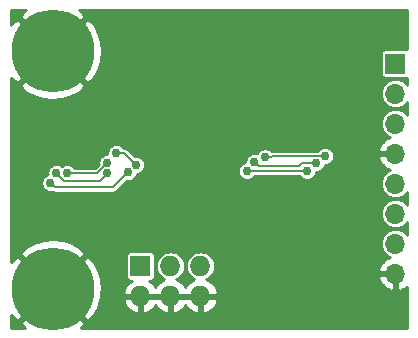
<source format=gbl>
G04 #@! TF.GenerationSoftware,KiCad,Pcbnew,(5.1.2)-1*
G04 #@! TF.CreationDate,2019-06-03T23:01:36-07:00*
G04 #@! TF.ProjectId,USB-PD-Breakout,5553422d-5044-42d4-9272-65616b6f7574,rev?*
G04 #@! TF.SameCoordinates,PX60e4b00PY60e4b00*
G04 #@! TF.FileFunction,Copper,L2,Bot*
G04 #@! TF.FilePolarity,Positive*
%FSLAX46Y46*%
G04 Gerber Fmt 4.6, Leading zero omitted, Abs format (unit mm)*
G04 Created by KiCad (PCBNEW (5.1.2)-1) date 2019-06-03 23:01:36*
%MOMM*%
%LPD*%
G04 APERTURE LIST*
%ADD10R,1.727200X1.727200*%
%ADD11O,1.727200X1.727200*%
%ADD12C,7.000000*%
%ADD13C,0.600000*%
%ADD14O,1.700000X1.700000*%
%ADD15R,1.700000X1.700000*%
%ADD16C,0.762000*%
%ADD17C,0.254000*%
%ADD18C,0.127000*%
G04 APERTURE END LIST*
D10*
X11430000Y5795000D03*
D11*
X11430000Y3255000D03*
X13970000Y5795000D03*
X13970000Y3255000D03*
X16510000Y5795000D03*
X16510000Y3255000D03*
D12*
X4000000Y3890000D03*
D13*
X6625000Y3890000D03*
X5856155Y2033845D03*
X4000000Y1265000D03*
X2143845Y2033845D03*
X1375000Y3890000D03*
X2143845Y5746155D03*
X4000000Y6515000D03*
X5856155Y5746155D03*
D12*
X4000000Y24000000D03*
D13*
X6625000Y24000000D03*
X5856155Y22143845D03*
X4000000Y21375000D03*
X2143845Y22143845D03*
X1375000Y24000000D03*
X2143845Y25856155D03*
X4000000Y26625000D03*
X5856155Y25856155D03*
D14*
X33020000Y5160000D03*
X33020000Y7700000D03*
X33020000Y10240000D03*
X33020000Y12780000D03*
X33020000Y15320000D03*
X33020000Y17860000D03*
X33020000Y20400000D03*
D15*
X33020000Y22940000D03*
D16*
X10922000Y21543000D03*
X10922000Y22432000D03*
X11811000Y22432000D03*
X11811000Y21543000D03*
X12700000Y21543000D03*
X12700000Y22432000D03*
X9779000Y17987000D03*
X9779000Y18749000D03*
X9017000Y18749000D03*
X9017000Y17987000D03*
X8509000Y17479000D03*
X5207000Y17479000D03*
X5207000Y16717000D03*
X5207000Y10367000D03*
X5207000Y11129000D03*
X9398000Y10240000D03*
X10160000Y10240000D03*
X10160000Y11002000D03*
X9398000Y11002000D03*
X8636000Y11002000D03*
X26670000Y1524000D03*
X25273000Y6985000D03*
X25273000Y9525000D03*
X20320000Y12446000D03*
X18669000Y8255000D03*
X25908000Y19431000D03*
X21336000Y17907000D03*
X20447000Y13843000D03*
X25527000Y13843000D03*
X21082000Y14605000D03*
X26289000Y14478000D03*
X21971000Y14986000D03*
X27051000Y15113000D03*
X3810000Y12827000D03*
X10414000Y13716000D03*
X11049000Y14351000D03*
X9398000Y15367000D03*
X8634413Y14554825D03*
X5207000Y13669000D03*
X8636005Y13665815D03*
X4318000Y13669000D03*
D17*
X10922000Y22432000D02*
X10922000Y21670000D01*
X10922000Y21670000D02*
X10795000Y21543000D01*
X11811000Y21543000D02*
X11811000Y22432000D01*
X12700000Y22432000D02*
X12700000Y21543000D01*
X9017000Y18749000D02*
X9779000Y18749000D01*
X8509000Y17479000D02*
X9017000Y17987000D01*
X5207000Y16717000D02*
X5207000Y17479000D01*
X5207000Y11129000D02*
X5207000Y10367000D01*
X10160000Y11002000D02*
X10160000Y10240000D01*
X8636000Y11002000D02*
X9398000Y11002000D01*
D18*
X20447000Y13843000D02*
X21463000Y13843000D01*
X21463000Y13843000D02*
X25527000Y13843000D01*
X21082000Y14605000D02*
X21463000Y14224000D01*
X21463000Y14224000D02*
X24892000Y14224000D01*
X24892000Y14224000D02*
X25146000Y14478000D01*
X25146000Y14478000D02*
X26289000Y14478000D01*
X22509815Y14986000D02*
X22636815Y15113000D01*
X21971000Y14986000D02*
X22509815Y14986000D01*
X22636815Y15113000D02*
X27051000Y15113000D01*
X3810000Y12827000D02*
X4190999Y12446001D01*
X9397999Y12699999D02*
X10414000Y13716000D01*
X9144001Y12446001D02*
X8889999Y12446001D01*
X10414000Y13716000D02*
X9144001Y12446001D01*
X4190999Y12446001D02*
X8889999Y12446001D01*
X10033000Y15367000D02*
X11049000Y14351000D01*
X9398000Y15367000D02*
X10033000Y15367000D01*
X8253414Y14173826D02*
X8634413Y14554825D01*
X7748588Y13669000D02*
X8253414Y14173826D01*
X5207000Y13669000D02*
X7748588Y13669000D01*
X4318000Y13669000D02*
X4953000Y13034000D01*
X8004190Y13034000D02*
X8255006Y13284816D01*
X8255006Y13284816D02*
X8636005Y13665815D01*
X4953000Y13034000D02*
X8004190Y13034000D01*
D17*
G36*
X1721744Y27474715D02*
G01*
X1661634Y27434550D01*
X1265450Y26914155D01*
X4000000Y24179605D01*
X6734550Y26914155D01*
X6338366Y27434550D01*
X6233098Y27492000D01*
X33992000Y27492000D01*
X33992000Y24151135D01*
X33944689Y24165487D01*
X33870000Y24172843D01*
X32170000Y24172843D01*
X32095311Y24165487D01*
X32023492Y24143701D01*
X31957304Y24108322D01*
X31899289Y24060711D01*
X31851678Y24002696D01*
X31816299Y23936508D01*
X31794513Y23864689D01*
X31787157Y23790000D01*
X31787157Y22090000D01*
X31794513Y22015311D01*
X31816299Y21943492D01*
X31851678Y21877304D01*
X31899289Y21819289D01*
X31957304Y21771678D01*
X32023492Y21736299D01*
X32095311Y21714513D01*
X32170000Y21707157D01*
X33870000Y21707157D01*
X33944689Y21714513D01*
X33992000Y21728865D01*
X33992000Y21156050D01*
X33894660Y21274660D01*
X33707216Y21428491D01*
X33493363Y21542798D01*
X33261318Y21613188D01*
X33080472Y21631000D01*
X32959528Y21631000D01*
X32778682Y21613188D01*
X32546637Y21542798D01*
X32332784Y21428491D01*
X32145340Y21274660D01*
X31991509Y21087216D01*
X31877202Y20873363D01*
X31806812Y20641318D01*
X31783044Y20400000D01*
X31806812Y20158682D01*
X31877202Y19926637D01*
X31991509Y19712784D01*
X32145340Y19525340D01*
X32332784Y19371509D01*
X32546637Y19257202D01*
X32778682Y19186812D01*
X32959528Y19169000D01*
X33080472Y19169000D01*
X33261318Y19186812D01*
X33493363Y19257202D01*
X33707216Y19371509D01*
X33894660Y19525340D01*
X33992000Y19643950D01*
X33992000Y18616050D01*
X33894660Y18734660D01*
X33707216Y18888491D01*
X33493363Y19002798D01*
X33261318Y19073188D01*
X33080472Y19091000D01*
X32959528Y19091000D01*
X32778682Y19073188D01*
X32546637Y19002798D01*
X32332784Y18888491D01*
X32145340Y18734660D01*
X31991509Y18547216D01*
X31877202Y18333363D01*
X31806812Y18101318D01*
X31783044Y17860000D01*
X31806812Y17618682D01*
X31877202Y17386637D01*
X31991509Y17172784D01*
X32145340Y16985340D01*
X32332784Y16831509D01*
X32543305Y16718983D01*
X32388748Y16664157D01*
X32138645Y16515178D01*
X31922412Y16320269D01*
X31748359Y16086920D01*
X31623175Y15824099D01*
X31578524Y15676890D01*
X31699845Y15447000D01*
X32893000Y15447000D01*
X32893000Y15467000D01*
X33147000Y15467000D01*
X33147000Y15447000D01*
X33167000Y15447000D01*
X33167000Y15193000D01*
X33147000Y15193000D01*
X33147000Y15173000D01*
X32893000Y15173000D01*
X32893000Y15193000D01*
X31699845Y15193000D01*
X31578524Y14963110D01*
X31623175Y14815901D01*
X31748359Y14553080D01*
X31922412Y14319731D01*
X32138645Y14124822D01*
X32388748Y13975843D01*
X32543305Y13921017D01*
X32332784Y13808491D01*
X32145340Y13654660D01*
X31991509Y13467216D01*
X31877202Y13253363D01*
X31806812Y13021318D01*
X31783044Y12780000D01*
X31806812Y12538682D01*
X31877202Y12306637D01*
X31991509Y12092784D01*
X32145340Y11905340D01*
X32332784Y11751509D01*
X32546637Y11637202D01*
X32778682Y11566812D01*
X32959528Y11549000D01*
X33080472Y11549000D01*
X33261318Y11566812D01*
X33493363Y11637202D01*
X33707216Y11751509D01*
X33894660Y11905340D01*
X33992001Y12023950D01*
X33992001Y10996050D01*
X33894660Y11114660D01*
X33707216Y11268491D01*
X33493363Y11382798D01*
X33261318Y11453188D01*
X33080472Y11471000D01*
X32959528Y11471000D01*
X32778682Y11453188D01*
X32546637Y11382798D01*
X32332784Y11268491D01*
X32145340Y11114660D01*
X31991509Y10927216D01*
X31877202Y10713363D01*
X31806812Y10481318D01*
X31783044Y10240000D01*
X31806812Y9998682D01*
X31877202Y9766637D01*
X31991509Y9552784D01*
X32145340Y9365340D01*
X32332784Y9211509D01*
X32546637Y9097202D01*
X32778682Y9026812D01*
X32959528Y9009000D01*
X33080472Y9009000D01*
X33261318Y9026812D01*
X33493363Y9097202D01*
X33707216Y9211509D01*
X33894660Y9365340D01*
X33992001Y9483950D01*
X33992001Y8456050D01*
X33894660Y8574660D01*
X33707216Y8728491D01*
X33493363Y8842798D01*
X33261318Y8913188D01*
X33080472Y8931000D01*
X32959528Y8931000D01*
X32778682Y8913188D01*
X32546637Y8842798D01*
X32332784Y8728491D01*
X32145340Y8574660D01*
X31991509Y8387216D01*
X31877202Y8173363D01*
X31806812Y7941318D01*
X31783044Y7700000D01*
X31806812Y7458682D01*
X31877202Y7226637D01*
X31991509Y7012784D01*
X32145340Y6825340D01*
X32332784Y6671509D01*
X32543305Y6558983D01*
X32388748Y6504157D01*
X32138645Y6355178D01*
X31922412Y6160269D01*
X31748359Y5926920D01*
X31623175Y5664099D01*
X31578524Y5516890D01*
X31699845Y5287000D01*
X32893000Y5287000D01*
X32893000Y5307000D01*
X33147000Y5307000D01*
X33147000Y5287000D01*
X33167000Y5287000D01*
X33167000Y5033000D01*
X33147000Y5033000D01*
X33147000Y3839186D01*
X33376891Y3718519D01*
X33651252Y3815843D01*
X33901355Y3964822D01*
X33992001Y4046529D01*
X33992001Y508000D01*
X6378373Y508000D01*
X6734550Y975845D01*
X4000000Y3710395D01*
X1265450Y975845D01*
X1621627Y508000D01*
X508000Y508000D01*
X508000Y1644770D01*
X525285Y1611744D01*
X565450Y1551634D01*
X1085845Y1155450D01*
X3820395Y3890000D01*
X4179605Y3890000D01*
X6914155Y1155450D01*
X7434550Y1551634D01*
X7824748Y2266612D01*
X8021658Y2895974D01*
X9975042Y2895974D01*
X10020778Y2745186D01*
X10147316Y2480056D01*
X10323146Y2244707D01*
X10541512Y2048183D01*
X10794022Y1898036D01*
X11070973Y1800037D01*
X11303000Y1920536D01*
X11303000Y3128000D01*
X11557000Y3128000D01*
X11557000Y1920536D01*
X11789027Y1800037D01*
X12065978Y1898036D01*
X12318488Y2048183D01*
X12536854Y2244707D01*
X12700000Y2463078D01*
X12863146Y2244707D01*
X13081512Y2048183D01*
X13334022Y1898036D01*
X13610973Y1800037D01*
X13843000Y1920536D01*
X13843000Y3128000D01*
X14097000Y3128000D01*
X14097000Y1920536D01*
X14329027Y1800037D01*
X14605978Y1898036D01*
X14858488Y2048183D01*
X15076854Y2244707D01*
X15240000Y2463078D01*
X15403146Y2244707D01*
X15621512Y2048183D01*
X15874022Y1898036D01*
X16150973Y1800037D01*
X16383000Y1920536D01*
X16383000Y3128000D01*
X16637000Y3128000D01*
X16637000Y1920536D01*
X16869027Y1800037D01*
X17145978Y1898036D01*
X17398488Y2048183D01*
X17616854Y2244707D01*
X17792684Y2480056D01*
X17919222Y2745186D01*
X17964958Y2895974D01*
X17843817Y3128000D01*
X16637000Y3128000D01*
X16383000Y3128000D01*
X14097000Y3128000D01*
X13843000Y3128000D01*
X11557000Y3128000D01*
X11303000Y3128000D01*
X10096183Y3128000D01*
X9975042Y2895974D01*
X8021658Y2895974D01*
X8067964Y3043976D01*
X8129121Y3614026D01*
X9975042Y3614026D01*
X10096183Y3382000D01*
X11303000Y3382000D01*
X11303000Y3402000D01*
X11557000Y3402000D01*
X11557000Y3382000D01*
X13843000Y3382000D01*
X13843000Y3402000D01*
X14097000Y3402000D01*
X14097000Y3382000D01*
X16383000Y3382000D01*
X16383000Y3402000D01*
X16637000Y3402000D01*
X16637000Y3382000D01*
X17843817Y3382000D01*
X17964958Y3614026D01*
X17919222Y3764814D01*
X17792684Y4029944D01*
X17616854Y4265293D01*
X17398488Y4461817D01*
X17145978Y4611964D01*
X17020200Y4656471D01*
X17204808Y4755146D01*
X17263252Y4803110D01*
X31578524Y4803110D01*
X31623175Y4655901D01*
X31748359Y4393080D01*
X31922412Y4159731D01*
X32138645Y3964822D01*
X32388748Y3815843D01*
X32663109Y3718519D01*
X32893000Y3839186D01*
X32893000Y5033000D01*
X31699845Y5033000D01*
X31578524Y4803110D01*
X17263252Y4803110D01*
X17394323Y4910677D01*
X17549854Y5100192D01*
X17665424Y5316408D01*
X17736592Y5551016D01*
X17760622Y5795000D01*
X17736592Y6038984D01*
X17665424Y6273592D01*
X17549854Y6489808D01*
X17394323Y6679323D01*
X17204808Y6834854D01*
X16988592Y6950424D01*
X16753984Y7021592D01*
X16571143Y7039600D01*
X16448857Y7039600D01*
X16266016Y7021592D01*
X16031408Y6950424D01*
X15815192Y6834854D01*
X15625677Y6679323D01*
X15470146Y6489808D01*
X15354576Y6273592D01*
X15283408Y6038984D01*
X15259378Y5795000D01*
X15283408Y5551016D01*
X15354576Y5316408D01*
X15470146Y5100192D01*
X15625677Y4910677D01*
X15815192Y4755146D01*
X15999800Y4656471D01*
X15874022Y4611964D01*
X15621512Y4461817D01*
X15403146Y4265293D01*
X15240000Y4046922D01*
X15076854Y4265293D01*
X14858488Y4461817D01*
X14605978Y4611964D01*
X14480200Y4656471D01*
X14664808Y4755146D01*
X14854323Y4910677D01*
X15009854Y5100192D01*
X15125424Y5316408D01*
X15196592Y5551016D01*
X15220622Y5795000D01*
X15196592Y6038984D01*
X15125424Y6273592D01*
X15009854Y6489808D01*
X14854323Y6679323D01*
X14664808Y6834854D01*
X14448592Y6950424D01*
X14213984Y7021592D01*
X14031143Y7039600D01*
X13908857Y7039600D01*
X13726016Y7021592D01*
X13491408Y6950424D01*
X13275192Y6834854D01*
X13085677Y6679323D01*
X12930146Y6489808D01*
X12814576Y6273592D01*
X12743408Y6038984D01*
X12719378Y5795000D01*
X12743408Y5551016D01*
X12814576Y5316408D01*
X12930146Y5100192D01*
X13085677Y4910677D01*
X13275192Y4755146D01*
X13459800Y4656471D01*
X13334022Y4611964D01*
X13081512Y4461817D01*
X12863146Y4265293D01*
X12700000Y4046922D01*
X12536854Y4265293D01*
X12318488Y4461817D01*
X12172613Y4548557D01*
X12293600Y4548557D01*
X12368289Y4555913D01*
X12440108Y4577699D01*
X12506296Y4613078D01*
X12564311Y4660689D01*
X12611922Y4718704D01*
X12647301Y4784892D01*
X12669087Y4856711D01*
X12676443Y4931400D01*
X12676443Y6658600D01*
X12669087Y6733289D01*
X12647301Y6805108D01*
X12611922Y6871296D01*
X12564311Y6929311D01*
X12506296Y6976922D01*
X12440108Y7012301D01*
X12368289Y7034087D01*
X12293600Y7041443D01*
X10566400Y7041443D01*
X10491711Y7034087D01*
X10419892Y7012301D01*
X10353704Y6976922D01*
X10295689Y6929311D01*
X10248078Y6871296D01*
X10212699Y6805108D01*
X10190913Y6733289D01*
X10183557Y6658600D01*
X10183557Y4931400D01*
X10190913Y4856711D01*
X10212699Y4784892D01*
X10248078Y4718704D01*
X10295689Y4660689D01*
X10353704Y4613078D01*
X10419892Y4577699D01*
X10491711Y4555913D01*
X10566400Y4548557D01*
X10687387Y4548557D01*
X10541512Y4461817D01*
X10323146Y4265293D01*
X10147316Y4029944D01*
X10020778Y3764814D01*
X9975042Y3614026D01*
X8129121Y3614026D01*
X8154851Y3853853D01*
X8082069Y4665118D01*
X7852415Y5446597D01*
X7474715Y6168256D01*
X7434550Y6228366D01*
X6914155Y6624550D01*
X4179605Y3890000D01*
X3820395Y3890000D01*
X1085845Y6624550D01*
X565450Y6228366D01*
X508000Y6123098D01*
X508000Y6804155D01*
X1265450Y6804155D01*
X4000000Y4069605D01*
X6734550Y6804155D01*
X6338366Y7324550D01*
X5623388Y7714748D01*
X4846024Y7957964D01*
X4036147Y8044851D01*
X3224882Y7972069D01*
X2443403Y7742415D01*
X1721744Y7364715D01*
X1661634Y7324550D01*
X1265450Y6804155D01*
X508000Y6804155D01*
X508000Y12902050D01*
X3048000Y12902050D01*
X3048000Y12751950D01*
X3077283Y12604733D01*
X3134724Y12466058D01*
X3218116Y12341253D01*
X3324253Y12235116D01*
X3449058Y12151724D01*
X3587733Y12094283D01*
X3734950Y12065000D01*
X3885050Y12065000D01*
X3941016Y12076132D01*
X3942853Y12074625D01*
X4020073Y12033350D01*
X4103862Y12007933D01*
X4169169Y12001501D01*
X4169179Y12001501D01*
X4190999Y11999352D01*
X4212819Y12001501D01*
X9122181Y12001501D01*
X9144001Y11999352D01*
X9165821Y12001501D01*
X9165831Y12001501D01*
X9231138Y12007933D01*
X9314927Y12033350D01*
X9392146Y12074625D01*
X9459830Y12130172D01*
X9473748Y12147131D01*
X10290296Y12963678D01*
X10338950Y12954000D01*
X10489050Y12954000D01*
X10636267Y12983283D01*
X10774942Y13040724D01*
X10899747Y13124116D01*
X11005884Y13230253D01*
X11089276Y13355058D01*
X11146717Y13493733D01*
X11167381Y13597619D01*
X11271267Y13618283D01*
X11409942Y13675724D01*
X11534747Y13759116D01*
X11640884Y13865253D01*
X11676161Y13918050D01*
X19685000Y13918050D01*
X19685000Y13767950D01*
X19714283Y13620733D01*
X19771724Y13482058D01*
X19855116Y13357253D01*
X19961253Y13251116D01*
X20086058Y13167724D01*
X20224733Y13110283D01*
X20371950Y13081000D01*
X20522050Y13081000D01*
X20669267Y13110283D01*
X20807942Y13167724D01*
X20932747Y13251116D01*
X21038884Y13357253D01*
X21066444Y13398500D01*
X24907556Y13398500D01*
X24935116Y13357253D01*
X25041253Y13251116D01*
X25166058Y13167724D01*
X25304733Y13110283D01*
X25451950Y13081000D01*
X25602050Y13081000D01*
X25749267Y13110283D01*
X25887942Y13167724D01*
X26012747Y13251116D01*
X26118884Y13357253D01*
X26202276Y13482058D01*
X26259717Y13620733D01*
X26278667Y13716000D01*
X26364050Y13716000D01*
X26511267Y13745283D01*
X26649942Y13802724D01*
X26774747Y13886116D01*
X26880884Y13992253D01*
X26964276Y14117058D01*
X27021717Y14255733D01*
X27040667Y14351000D01*
X27126050Y14351000D01*
X27273267Y14380283D01*
X27411942Y14437724D01*
X27536747Y14521116D01*
X27642884Y14627253D01*
X27726276Y14752058D01*
X27783717Y14890733D01*
X27813000Y15037950D01*
X27813000Y15188050D01*
X27783717Y15335267D01*
X27726276Y15473942D01*
X27642884Y15598747D01*
X27536747Y15704884D01*
X27411942Y15788276D01*
X27273267Y15845717D01*
X27126050Y15875000D01*
X26975950Y15875000D01*
X26828733Y15845717D01*
X26690058Y15788276D01*
X26565253Y15704884D01*
X26459116Y15598747D01*
X26431556Y15557500D01*
X22658634Y15557500D01*
X22636814Y15559649D01*
X22614994Y15557500D01*
X22614985Y15557500D01*
X22549678Y15551068D01*
X22498951Y15535680D01*
X22456747Y15577884D01*
X22331942Y15661276D01*
X22193267Y15718717D01*
X22046050Y15748000D01*
X21895950Y15748000D01*
X21748733Y15718717D01*
X21610058Y15661276D01*
X21485253Y15577884D01*
X21379116Y15471747D01*
X21295724Y15346942D01*
X21292844Y15339989D01*
X21157050Y15367000D01*
X21006950Y15367000D01*
X20859733Y15337717D01*
X20721058Y15280276D01*
X20596253Y15196884D01*
X20490116Y15090747D01*
X20406724Y14965942D01*
X20349283Y14827267D01*
X20320000Y14680050D01*
X20320000Y14594667D01*
X20224733Y14575717D01*
X20086058Y14518276D01*
X19961253Y14434884D01*
X19855116Y14328747D01*
X19771724Y14203942D01*
X19714283Y14065267D01*
X19685000Y13918050D01*
X11676161Y13918050D01*
X11724276Y13990058D01*
X11781717Y14128733D01*
X11811000Y14275950D01*
X11811000Y14426050D01*
X11781717Y14573267D01*
X11724276Y14711942D01*
X11640884Y14836747D01*
X11534747Y14942884D01*
X11409942Y15026276D01*
X11271267Y15083717D01*
X11124050Y15113000D01*
X10973950Y15113000D01*
X10925295Y15103322D01*
X10362747Y15665871D01*
X10348829Y15682829D01*
X10281145Y15738376D01*
X10203926Y15779651D01*
X10120137Y15805068D01*
X10054830Y15811500D01*
X10054820Y15811500D01*
X10033000Y15813649D01*
X10017058Y15812079D01*
X9989884Y15852747D01*
X9883747Y15958884D01*
X9758942Y16042276D01*
X9620267Y16099717D01*
X9473050Y16129000D01*
X9322950Y16129000D01*
X9175733Y16099717D01*
X9037058Y16042276D01*
X8912253Y15958884D01*
X8806116Y15852747D01*
X8722724Y15727942D01*
X8665283Y15589267D01*
X8636000Y15442050D01*
X8636000Y15316825D01*
X8559363Y15316825D01*
X8412146Y15287542D01*
X8273471Y15230101D01*
X8148666Y15146709D01*
X8042529Y15040572D01*
X7959137Y14915767D01*
X7901696Y14777092D01*
X7872413Y14629875D01*
X7872413Y14479775D01*
X7882091Y14431121D01*
X7564471Y14113500D01*
X5826444Y14113500D01*
X5798884Y14154747D01*
X5692747Y14260884D01*
X5567942Y14344276D01*
X5429267Y14401717D01*
X5282050Y14431000D01*
X5131950Y14431000D01*
X4984733Y14401717D01*
X4846058Y14344276D01*
X4762500Y14288444D01*
X4678942Y14344276D01*
X4540267Y14401717D01*
X4393050Y14431000D01*
X4242950Y14431000D01*
X4095733Y14401717D01*
X3957058Y14344276D01*
X3832253Y14260884D01*
X3726116Y14154747D01*
X3642724Y14029942D01*
X3585283Y13891267D01*
X3556000Y13744050D01*
X3556000Y13593950D01*
X3564706Y13550179D01*
X3449058Y13502276D01*
X3324253Y13418884D01*
X3218116Y13312747D01*
X3134724Y13187942D01*
X3077283Y13049267D01*
X3048000Y12902050D01*
X508000Y12902050D01*
X508000Y21085845D01*
X1265450Y21085845D01*
X1661634Y20565450D01*
X2376612Y20175252D01*
X3153976Y19932036D01*
X3963853Y19845149D01*
X4775118Y19917931D01*
X5556597Y20147585D01*
X6278256Y20525285D01*
X6338366Y20565450D01*
X6734550Y21085845D01*
X4000000Y23820395D01*
X1265450Y21085845D01*
X508000Y21085845D01*
X508000Y21754770D01*
X525285Y21721744D01*
X565450Y21661634D01*
X1085845Y21265450D01*
X3820395Y24000000D01*
X4179605Y24000000D01*
X6914155Y21265450D01*
X7434550Y21661634D01*
X7824748Y22376612D01*
X8067964Y23153976D01*
X8154851Y23963853D01*
X8082069Y24775118D01*
X7852415Y25556597D01*
X7474715Y26278256D01*
X7434550Y26338366D01*
X6914155Y26734550D01*
X4179605Y24000000D01*
X3820395Y24000000D01*
X1085845Y26734550D01*
X565450Y26338366D01*
X508000Y26233098D01*
X508000Y27492000D01*
X1754770Y27492000D01*
X1721744Y27474715D01*
X1721744Y27474715D01*
G37*
X1721744Y27474715D02*
X1661634Y27434550D01*
X1265450Y26914155D01*
X4000000Y24179605D01*
X6734550Y26914155D01*
X6338366Y27434550D01*
X6233098Y27492000D01*
X33992000Y27492000D01*
X33992000Y24151135D01*
X33944689Y24165487D01*
X33870000Y24172843D01*
X32170000Y24172843D01*
X32095311Y24165487D01*
X32023492Y24143701D01*
X31957304Y24108322D01*
X31899289Y24060711D01*
X31851678Y24002696D01*
X31816299Y23936508D01*
X31794513Y23864689D01*
X31787157Y23790000D01*
X31787157Y22090000D01*
X31794513Y22015311D01*
X31816299Y21943492D01*
X31851678Y21877304D01*
X31899289Y21819289D01*
X31957304Y21771678D01*
X32023492Y21736299D01*
X32095311Y21714513D01*
X32170000Y21707157D01*
X33870000Y21707157D01*
X33944689Y21714513D01*
X33992000Y21728865D01*
X33992000Y21156050D01*
X33894660Y21274660D01*
X33707216Y21428491D01*
X33493363Y21542798D01*
X33261318Y21613188D01*
X33080472Y21631000D01*
X32959528Y21631000D01*
X32778682Y21613188D01*
X32546637Y21542798D01*
X32332784Y21428491D01*
X32145340Y21274660D01*
X31991509Y21087216D01*
X31877202Y20873363D01*
X31806812Y20641318D01*
X31783044Y20400000D01*
X31806812Y20158682D01*
X31877202Y19926637D01*
X31991509Y19712784D01*
X32145340Y19525340D01*
X32332784Y19371509D01*
X32546637Y19257202D01*
X32778682Y19186812D01*
X32959528Y19169000D01*
X33080472Y19169000D01*
X33261318Y19186812D01*
X33493363Y19257202D01*
X33707216Y19371509D01*
X33894660Y19525340D01*
X33992000Y19643950D01*
X33992000Y18616050D01*
X33894660Y18734660D01*
X33707216Y18888491D01*
X33493363Y19002798D01*
X33261318Y19073188D01*
X33080472Y19091000D01*
X32959528Y19091000D01*
X32778682Y19073188D01*
X32546637Y19002798D01*
X32332784Y18888491D01*
X32145340Y18734660D01*
X31991509Y18547216D01*
X31877202Y18333363D01*
X31806812Y18101318D01*
X31783044Y17860000D01*
X31806812Y17618682D01*
X31877202Y17386637D01*
X31991509Y17172784D01*
X32145340Y16985340D01*
X32332784Y16831509D01*
X32543305Y16718983D01*
X32388748Y16664157D01*
X32138645Y16515178D01*
X31922412Y16320269D01*
X31748359Y16086920D01*
X31623175Y15824099D01*
X31578524Y15676890D01*
X31699845Y15447000D01*
X32893000Y15447000D01*
X32893000Y15467000D01*
X33147000Y15467000D01*
X33147000Y15447000D01*
X33167000Y15447000D01*
X33167000Y15193000D01*
X33147000Y15193000D01*
X33147000Y15173000D01*
X32893000Y15173000D01*
X32893000Y15193000D01*
X31699845Y15193000D01*
X31578524Y14963110D01*
X31623175Y14815901D01*
X31748359Y14553080D01*
X31922412Y14319731D01*
X32138645Y14124822D01*
X32388748Y13975843D01*
X32543305Y13921017D01*
X32332784Y13808491D01*
X32145340Y13654660D01*
X31991509Y13467216D01*
X31877202Y13253363D01*
X31806812Y13021318D01*
X31783044Y12780000D01*
X31806812Y12538682D01*
X31877202Y12306637D01*
X31991509Y12092784D01*
X32145340Y11905340D01*
X32332784Y11751509D01*
X32546637Y11637202D01*
X32778682Y11566812D01*
X32959528Y11549000D01*
X33080472Y11549000D01*
X33261318Y11566812D01*
X33493363Y11637202D01*
X33707216Y11751509D01*
X33894660Y11905340D01*
X33992001Y12023950D01*
X33992001Y10996050D01*
X33894660Y11114660D01*
X33707216Y11268491D01*
X33493363Y11382798D01*
X33261318Y11453188D01*
X33080472Y11471000D01*
X32959528Y11471000D01*
X32778682Y11453188D01*
X32546637Y11382798D01*
X32332784Y11268491D01*
X32145340Y11114660D01*
X31991509Y10927216D01*
X31877202Y10713363D01*
X31806812Y10481318D01*
X31783044Y10240000D01*
X31806812Y9998682D01*
X31877202Y9766637D01*
X31991509Y9552784D01*
X32145340Y9365340D01*
X32332784Y9211509D01*
X32546637Y9097202D01*
X32778682Y9026812D01*
X32959528Y9009000D01*
X33080472Y9009000D01*
X33261318Y9026812D01*
X33493363Y9097202D01*
X33707216Y9211509D01*
X33894660Y9365340D01*
X33992001Y9483950D01*
X33992001Y8456050D01*
X33894660Y8574660D01*
X33707216Y8728491D01*
X33493363Y8842798D01*
X33261318Y8913188D01*
X33080472Y8931000D01*
X32959528Y8931000D01*
X32778682Y8913188D01*
X32546637Y8842798D01*
X32332784Y8728491D01*
X32145340Y8574660D01*
X31991509Y8387216D01*
X31877202Y8173363D01*
X31806812Y7941318D01*
X31783044Y7700000D01*
X31806812Y7458682D01*
X31877202Y7226637D01*
X31991509Y7012784D01*
X32145340Y6825340D01*
X32332784Y6671509D01*
X32543305Y6558983D01*
X32388748Y6504157D01*
X32138645Y6355178D01*
X31922412Y6160269D01*
X31748359Y5926920D01*
X31623175Y5664099D01*
X31578524Y5516890D01*
X31699845Y5287000D01*
X32893000Y5287000D01*
X32893000Y5307000D01*
X33147000Y5307000D01*
X33147000Y5287000D01*
X33167000Y5287000D01*
X33167000Y5033000D01*
X33147000Y5033000D01*
X33147000Y3839186D01*
X33376891Y3718519D01*
X33651252Y3815843D01*
X33901355Y3964822D01*
X33992001Y4046529D01*
X33992001Y508000D01*
X6378373Y508000D01*
X6734550Y975845D01*
X4000000Y3710395D01*
X1265450Y975845D01*
X1621627Y508000D01*
X508000Y508000D01*
X508000Y1644770D01*
X525285Y1611744D01*
X565450Y1551634D01*
X1085845Y1155450D01*
X3820395Y3890000D01*
X4179605Y3890000D01*
X6914155Y1155450D01*
X7434550Y1551634D01*
X7824748Y2266612D01*
X8021658Y2895974D01*
X9975042Y2895974D01*
X10020778Y2745186D01*
X10147316Y2480056D01*
X10323146Y2244707D01*
X10541512Y2048183D01*
X10794022Y1898036D01*
X11070973Y1800037D01*
X11303000Y1920536D01*
X11303000Y3128000D01*
X11557000Y3128000D01*
X11557000Y1920536D01*
X11789027Y1800037D01*
X12065978Y1898036D01*
X12318488Y2048183D01*
X12536854Y2244707D01*
X12700000Y2463078D01*
X12863146Y2244707D01*
X13081512Y2048183D01*
X13334022Y1898036D01*
X13610973Y1800037D01*
X13843000Y1920536D01*
X13843000Y3128000D01*
X14097000Y3128000D01*
X14097000Y1920536D01*
X14329027Y1800037D01*
X14605978Y1898036D01*
X14858488Y2048183D01*
X15076854Y2244707D01*
X15240000Y2463078D01*
X15403146Y2244707D01*
X15621512Y2048183D01*
X15874022Y1898036D01*
X16150973Y1800037D01*
X16383000Y1920536D01*
X16383000Y3128000D01*
X16637000Y3128000D01*
X16637000Y1920536D01*
X16869027Y1800037D01*
X17145978Y1898036D01*
X17398488Y2048183D01*
X17616854Y2244707D01*
X17792684Y2480056D01*
X17919222Y2745186D01*
X17964958Y2895974D01*
X17843817Y3128000D01*
X16637000Y3128000D01*
X16383000Y3128000D01*
X14097000Y3128000D01*
X13843000Y3128000D01*
X11557000Y3128000D01*
X11303000Y3128000D01*
X10096183Y3128000D01*
X9975042Y2895974D01*
X8021658Y2895974D01*
X8067964Y3043976D01*
X8129121Y3614026D01*
X9975042Y3614026D01*
X10096183Y3382000D01*
X11303000Y3382000D01*
X11303000Y3402000D01*
X11557000Y3402000D01*
X11557000Y3382000D01*
X13843000Y3382000D01*
X13843000Y3402000D01*
X14097000Y3402000D01*
X14097000Y3382000D01*
X16383000Y3382000D01*
X16383000Y3402000D01*
X16637000Y3402000D01*
X16637000Y3382000D01*
X17843817Y3382000D01*
X17964958Y3614026D01*
X17919222Y3764814D01*
X17792684Y4029944D01*
X17616854Y4265293D01*
X17398488Y4461817D01*
X17145978Y4611964D01*
X17020200Y4656471D01*
X17204808Y4755146D01*
X17263252Y4803110D01*
X31578524Y4803110D01*
X31623175Y4655901D01*
X31748359Y4393080D01*
X31922412Y4159731D01*
X32138645Y3964822D01*
X32388748Y3815843D01*
X32663109Y3718519D01*
X32893000Y3839186D01*
X32893000Y5033000D01*
X31699845Y5033000D01*
X31578524Y4803110D01*
X17263252Y4803110D01*
X17394323Y4910677D01*
X17549854Y5100192D01*
X17665424Y5316408D01*
X17736592Y5551016D01*
X17760622Y5795000D01*
X17736592Y6038984D01*
X17665424Y6273592D01*
X17549854Y6489808D01*
X17394323Y6679323D01*
X17204808Y6834854D01*
X16988592Y6950424D01*
X16753984Y7021592D01*
X16571143Y7039600D01*
X16448857Y7039600D01*
X16266016Y7021592D01*
X16031408Y6950424D01*
X15815192Y6834854D01*
X15625677Y6679323D01*
X15470146Y6489808D01*
X15354576Y6273592D01*
X15283408Y6038984D01*
X15259378Y5795000D01*
X15283408Y5551016D01*
X15354576Y5316408D01*
X15470146Y5100192D01*
X15625677Y4910677D01*
X15815192Y4755146D01*
X15999800Y4656471D01*
X15874022Y4611964D01*
X15621512Y4461817D01*
X15403146Y4265293D01*
X15240000Y4046922D01*
X15076854Y4265293D01*
X14858488Y4461817D01*
X14605978Y4611964D01*
X14480200Y4656471D01*
X14664808Y4755146D01*
X14854323Y4910677D01*
X15009854Y5100192D01*
X15125424Y5316408D01*
X15196592Y5551016D01*
X15220622Y5795000D01*
X15196592Y6038984D01*
X15125424Y6273592D01*
X15009854Y6489808D01*
X14854323Y6679323D01*
X14664808Y6834854D01*
X14448592Y6950424D01*
X14213984Y7021592D01*
X14031143Y7039600D01*
X13908857Y7039600D01*
X13726016Y7021592D01*
X13491408Y6950424D01*
X13275192Y6834854D01*
X13085677Y6679323D01*
X12930146Y6489808D01*
X12814576Y6273592D01*
X12743408Y6038984D01*
X12719378Y5795000D01*
X12743408Y5551016D01*
X12814576Y5316408D01*
X12930146Y5100192D01*
X13085677Y4910677D01*
X13275192Y4755146D01*
X13459800Y4656471D01*
X13334022Y4611964D01*
X13081512Y4461817D01*
X12863146Y4265293D01*
X12700000Y4046922D01*
X12536854Y4265293D01*
X12318488Y4461817D01*
X12172613Y4548557D01*
X12293600Y4548557D01*
X12368289Y4555913D01*
X12440108Y4577699D01*
X12506296Y4613078D01*
X12564311Y4660689D01*
X12611922Y4718704D01*
X12647301Y4784892D01*
X12669087Y4856711D01*
X12676443Y4931400D01*
X12676443Y6658600D01*
X12669087Y6733289D01*
X12647301Y6805108D01*
X12611922Y6871296D01*
X12564311Y6929311D01*
X12506296Y6976922D01*
X12440108Y7012301D01*
X12368289Y7034087D01*
X12293600Y7041443D01*
X10566400Y7041443D01*
X10491711Y7034087D01*
X10419892Y7012301D01*
X10353704Y6976922D01*
X10295689Y6929311D01*
X10248078Y6871296D01*
X10212699Y6805108D01*
X10190913Y6733289D01*
X10183557Y6658600D01*
X10183557Y4931400D01*
X10190913Y4856711D01*
X10212699Y4784892D01*
X10248078Y4718704D01*
X10295689Y4660689D01*
X10353704Y4613078D01*
X10419892Y4577699D01*
X10491711Y4555913D01*
X10566400Y4548557D01*
X10687387Y4548557D01*
X10541512Y4461817D01*
X10323146Y4265293D01*
X10147316Y4029944D01*
X10020778Y3764814D01*
X9975042Y3614026D01*
X8129121Y3614026D01*
X8154851Y3853853D01*
X8082069Y4665118D01*
X7852415Y5446597D01*
X7474715Y6168256D01*
X7434550Y6228366D01*
X6914155Y6624550D01*
X4179605Y3890000D01*
X3820395Y3890000D01*
X1085845Y6624550D01*
X565450Y6228366D01*
X508000Y6123098D01*
X508000Y6804155D01*
X1265450Y6804155D01*
X4000000Y4069605D01*
X6734550Y6804155D01*
X6338366Y7324550D01*
X5623388Y7714748D01*
X4846024Y7957964D01*
X4036147Y8044851D01*
X3224882Y7972069D01*
X2443403Y7742415D01*
X1721744Y7364715D01*
X1661634Y7324550D01*
X1265450Y6804155D01*
X508000Y6804155D01*
X508000Y12902050D01*
X3048000Y12902050D01*
X3048000Y12751950D01*
X3077283Y12604733D01*
X3134724Y12466058D01*
X3218116Y12341253D01*
X3324253Y12235116D01*
X3449058Y12151724D01*
X3587733Y12094283D01*
X3734950Y12065000D01*
X3885050Y12065000D01*
X3941016Y12076132D01*
X3942853Y12074625D01*
X4020073Y12033350D01*
X4103862Y12007933D01*
X4169169Y12001501D01*
X4169179Y12001501D01*
X4190999Y11999352D01*
X4212819Y12001501D01*
X9122181Y12001501D01*
X9144001Y11999352D01*
X9165821Y12001501D01*
X9165831Y12001501D01*
X9231138Y12007933D01*
X9314927Y12033350D01*
X9392146Y12074625D01*
X9459830Y12130172D01*
X9473748Y12147131D01*
X10290296Y12963678D01*
X10338950Y12954000D01*
X10489050Y12954000D01*
X10636267Y12983283D01*
X10774942Y13040724D01*
X10899747Y13124116D01*
X11005884Y13230253D01*
X11089276Y13355058D01*
X11146717Y13493733D01*
X11167381Y13597619D01*
X11271267Y13618283D01*
X11409942Y13675724D01*
X11534747Y13759116D01*
X11640884Y13865253D01*
X11676161Y13918050D01*
X19685000Y13918050D01*
X19685000Y13767950D01*
X19714283Y13620733D01*
X19771724Y13482058D01*
X19855116Y13357253D01*
X19961253Y13251116D01*
X20086058Y13167724D01*
X20224733Y13110283D01*
X20371950Y13081000D01*
X20522050Y13081000D01*
X20669267Y13110283D01*
X20807942Y13167724D01*
X20932747Y13251116D01*
X21038884Y13357253D01*
X21066444Y13398500D01*
X24907556Y13398500D01*
X24935116Y13357253D01*
X25041253Y13251116D01*
X25166058Y13167724D01*
X25304733Y13110283D01*
X25451950Y13081000D01*
X25602050Y13081000D01*
X25749267Y13110283D01*
X25887942Y13167724D01*
X26012747Y13251116D01*
X26118884Y13357253D01*
X26202276Y13482058D01*
X26259717Y13620733D01*
X26278667Y13716000D01*
X26364050Y13716000D01*
X26511267Y13745283D01*
X26649942Y13802724D01*
X26774747Y13886116D01*
X26880884Y13992253D01*
X26964276Y14117058D01*
X27021717Y14255733D01*
X27040667Y14351000D01*
X27126050Y14351000D01*
X27273267Y14380283D01*
X27411942Y14437724D01*
X27536747Y14521116D01*
X27642884Y14627253D01*
X27726276Y14752058D01*
X27783717Y14890733D01*
X27813000Y15037950D01*
X27813000Y15188050D01*
X27783717Y15335267D01*
X27726276Y15473942D01*
X27642884Y15598747D01*
X27536747Y15704884D01*
X27411942Y15788276D01*
X27273267Y15845717D01*
X27126050Y15875000D01*
X26975950Y15875000D01*
X26828733Y15845717D01*
X26690058Y15788276D01*
X26565253Y15704884D01*
X26459116Y15598747D01*
X26431556Y15557500D01*
X22658634Y15557500D01*
X22636814Y15559649D01*
X22614994Y15557500D01*
X22614985Y15557500D01*
X22549678Y15551068D01*
X22498951Y15535680D01*
X22456747Y15577884D01*
X22331942Y15661276D01*
X22193267Y15718717D01*
X22046050Y15748000D01*
X21895950Y15748000D01*
X21748733Y15718717D01*
X21610058Y15661276D01*
X21485253Y15577884D01*
X21379116Y15471747D01*
X21295724Y15346942D01*
X21292844Y15339989D01*
X21157050Y15367000D01*
X21006950Y15367000D01*
X20859733Y15337717D01*
X20721058Y15280276D01*
X20596253Y15196884D01*
X20490116Y15090747D01*
X20406724Y14965942D01*
X20349283Y14827267D01*
X20320000Y14680050D01*
X20320000Y14594667D01*
X20224733Y14575717D01*
X20086058Y14518276D01*
X19961253Y14434884D01*
X19855116Y14328747D01*
X19771724Y14203942D01*
X19714283Y14065267D01*
X19685000Y13918050D01*
X11676161Y13918050D01*
X11724276Y13990058D01*
X11781717Y14128733D01*
X11811000Y14275950D01*
X11811000Y14426050D01*
X11781717Y14573267D01*
X11724276Y14711942D01*
X11640884Y14836747D01*
X11534747Y14942884D01*
X11409942Y15026276D01*
X11271267Y15083717D01*
X11124050Y15113000D01*
X10973950Y15113000D01*
X10925295Y15103322D01*
X10362747Y15665871D01*
X10348829Y15682829D01*
X10281145Y15738376D01*
X10203926Y15779651D01*
X10120137Y15805068D01*
X10054830Y15811500D01*
X10054820Y15811500D01*
X10033000Y15813649D01*
X10017058Y15812079D01*
X9989884Y15852747D01*
X9883747Y15958884D01*
X9758942Y16042276D01*
X9620267Y16099717D01*
X9473050Y16129000D01*
X9322950Y16129000D01*
X9175733Y16099717D01*
X9037058Y16042276D01*
X8912253Y15958884D01*
X8806116Y15852747D01*
X8722724Y15727942D01*
X8665283Y15589267D01*
X8636000Y15442050D01*
X8636000Y15316825D01*
X8559363Y15316825D01*
X8412146Y15287542D01*
X8273471Y15230101D01*
X8148666Y15146709D01*
X8042529Y15040572D01*
X7959137Y14915767D01*
X7901696Y14777092D01*
X7872413Y14629875D01*
X7872413Y14479775D01*
X7882091Y14431121D01*
X7564471Y14113500D01*
X5826444Y14113500D01*
X5798884Y14154747D01*
X5692747Y14260884D01*
X5567942Y14344276D01*
X5429267Y14401717D01*
X5282050Y14431000D01*
X5131950Y14431000D01*
X4984733Y14401717D01*
X4846058Y14344276D01*
X4762500Y14288444D01*
X4678942Y14344276D01*
X4540267Y14401717D01*
X4393050Y14431000D01*
X4242950Y14431000D01*
X4095733Y14401717D01*
X3957058Y14344276D01*
X3832253Y14260884D01*
X3726116Y14154747D01*
X3642724Y14029942D01*
X3585283Y13891267D01*
X3556000Y13744050D01*
X3556000Y13593950D01*
X3564706Y13550179D01*
X3449058Y13502276D01*
X3324253Y13418884D01*
X3218116Y13312747D01*
X3134724Y13187942D01*
X3077283Y13049267D01*
X3048000Y12902050D01*
X508000Y12902050D01*
X508000Y21085845D01*
X1265450Y21085845D01*
X1661634Y20565450D01*
X2376612Y20175252D01*
X3153976Y19932036D01*
X3963853Y19845149D01*
X4775118Y19917931D01*
X5556597Y20147585D01*
X6278256Y20525285D01*
X6338366Y20565450D01*
X6734550Y21085845D01*
X4000000Y23820395D01*
X1265450Y21085845D01*
X508000Y21085845D01*
X508000Y21754770D01*
X525285Y21721744D01*
X565450Y21661634D01*
X1085845Y21265450D01*
X3820395Y24000000D01*
X4179605Y24000000D01*
X6914155Y21265450D01*
X7434550Y21661634D01*
X7824748Y22376612D01*
X8067964Y23153976D01*
X8154851Y23963853D01*
X8082069Y24775118D01*
X7852415Y25556597D01*
X7474715Y26278256D01*
X7434550Y26338366D01*
X6914155Y26734550D01*
X4179605Y24000000D01*
X3820395Y24000000D01*
X1085845Y26734550D01*
X565450Y26338366D01*
X508000Y26233098D01*
X508000Y27492000D01*
X1754770Y27492000D01*
X1721744Y27474715D01*
M02*

</source>
